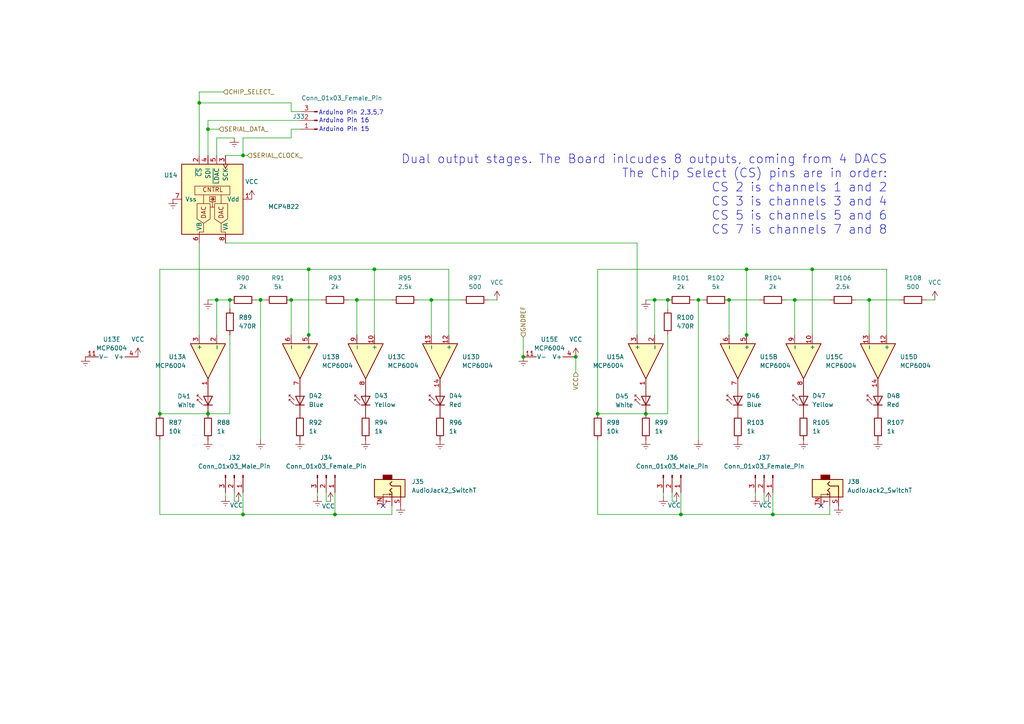
<source format=kicad_sch>
(kicad_sch (version 20231120) (generator "eeschema") (generator_version "8.0")
  (paper "A4")
  (lib_symbols
    (symbol "Amplifier_Operational:MCP6004" (pin_names (offset 0.127))
      (property "Reference" "U" (at 0 5.08 0))
      (property "Value" "MCP6004" (at 0 -5.08 0))
      (symbol "MCP6004_1_1"
        (pin output line (at 7.62 0 180) (length 2.54) (name "~") (number "1"))
        (pin input line (at -7.62 -2.54 0) (length 2.54) (name "-") (number "2"))
        (pin input line (at -7.62 2.54 0) (length 2.54) (name "+") (number "3"))
      )
      (symbol "MCP6004_2_1"
        (pin input line (at -7.62 2.54 0) (length 2.54) (name "+") (number "5"))
        (pin input line (at -7.62 -2.54 0) (length 2.54) (name "-") (number "6"))
        (pin output line (at 7.62 0 180) (length 2.54) (name "~") (number "7"))
      )
      (symbol "MCP6004_3_1"
        (pin input line (at -7.62 2.54 0) (length 2.54) (name "+") (number "10"))
        (pin output line (at 7.62 0 180) (length 2.54) (name "~") (number "8"))
        (pin input line (at -7.62 -2.54 0) (length 2.54) (name "-") (number "9"))
      )
      (symbol "MCP6004_4_1"
        (pin input line (at -7.62 2.54 0) (length 2.54) (name "+") (number "12"))
        (pin input line (at -7.62 -2.54 0) (length 2.54) (name "-") (number "13"))
        (pin output line (at 7.62 0 180) (length 2.54) (name "~") (number "14"))
      )
      (symbol "MCP6004_5_1"
        (pin power_in line (at -2.54 -7.62 90) (length 3.81) (name "V-") (number "11"))
        (pin power_in line (at -2.54 7.62 270) (length 3.81) (name "V+") (number "4"))
      )
    )
    (symbol "Analog_DAC:MCP4822" (pin_names (offset 1.016))
      (property "Reference" "U" (at -2.54 10.795 0))
      (property "Value" "MCP4822" (at -2.54 8.89 0))
      (symbol "MCP4822_0_0"
        (text "CNTRL" (at -2.032 -4.191 900) (effects (font (size 1.27 1.27)) (justify left bottom)))
        (text "DAC" (at 3.81 -3.81 0) (effects (font (size 1.27 1.27))))
        (text "DAC" (at 3.81 1.27 0) (effects (font (size 1.27 1.27))))
      )
      (symbol "MCP4822_1_1"
        (pin power_in line (at 0 10.16 270) (length 2.54) (name "Vdd") (number "1"))
        (pin input line (at -12.7 -5.08 0) (length 2.54) (name "~{CS}") (number "2"))
        (pin input clock (at -12.7 2.54 0) (length 2.54) (name "SCK") (number "3"))
        (pin input line (at -12.7 -2.54 0) (length 2.54) (name "SDI") (number "4"))
        (pin input line (at -12.7 0 0) (length 2.54) (name "~{LDAC}") (number "5"))
        (pin output line (at 12.7 -5.08 180) (length 2.54) (name "VB") (number "6"))
        (pin power_in line (at 0 -12.7 90) (length 2.54) (name "Vss") (number "7"))
        (pin output line (at 12.7 2.54 180) (length 2.54) (name "VA") (number "8"))
      )
    )
    (symbol "Connector:Conn_01x03_Pin" (pin_names (offset 1.016) hide)
      (property "Reference" "J" (at 0 5.08 0))
      (property "Value" "Conn_01x03_Pin" (at 0 -5.08 0))
      (symbol "Conn_01x03_Pin_1_1"
        (pin passive line (at 5.08 2.54 180) (length 3.81) (name "Pin_1") (number "1"))
        (pin passive line (at 5.08 0 180) (length 3.81) (name "Pin_2") (number "2"))
        (pin passive line (at 5.08 -2.54 180) (length 3.81) (name "Pin_3") (number "3"))
      )
    )
    (symbol "Connector_Audio:AudioJack2_SwitchT"
      (property "Reference" "J" (at 0 8.89 0))
      (property "Value" "AudioJack2_SwitchT" (at 0 6.35 0))
      (symbol "AudioJack2_SwitchT_1_1"
        (pin passive line (at 5.08 2.54 180) (length 2.54) (name "~") (number "S"))
        (pin passive line (at 5.08 0 180) (length 2.54) (name "~") (number "T"))
        (pin passive line (at 5.08 -2.54 180) (length 2.54) (name "~") (number "TN"))
      )
    )
    (symbol "Device:R" (pin_numbers hide) (pin_names (offset 0))
      (property "Reference" "R" (at 2.032 0 90))
      (property "Value" "R" (at 0 0 90))
      (symbol "R_1_1"
        (pin passive line (at 0 3.81 270) (length 1.27) (name "~") (number "1"))
        (pin passive line (at 0 -3.81 90) (length 1.27) (name "~") (number "2"))
      )
    )
    (symbol "LED:IRL81A" (pin_numbers hide) (pin_names (offset 1.016) hide)
      (property "Reference" "D" (at 0.508 1.778 0))
      (property "Value" "IRL81A" (at -1.016 -2.794 0))
      (symbol "IRL81A_1_1"
        (pin passive line (at -5.08 0 0) (length 2.54) (name "K") (number "1"))
        (pin passive line (at 2.54 0 180) (length 2.54) (name "A") (number "2"))
      )
    )
    (symbol "power:GNDREF" (power) (pin_numbers hide) (pin_names (offset 0) hide)
      (property "Value" "GNDREF" (at 0 -3.81 0))
      (symbol "GNDREF_1_1"
        (pin power_in line (at 0 0 270) (length 0) (name "~") (number "1"))
      )
    )
    (symbol "power:VCC" (power) (pin_numbers hide) (pin_names (offset 0) hide)
      (property "Value" "VCC" (at 0 3.556 0))
      (symbol "VCC_1_1"
        (pin power_in line (at 0 0 90) (length 0) (name "~") (number "1"))
      )
    )
  )
  (junction (at 187.325 120.015))
  (junction (at 202.565 86.995))
  (junction (at 62.865 86.995))
  (junction (at 167.005 103.505))
  (junction (at 66.675 86.995))
  (junction (at 216.535 97.155))
  (junction (at 211.455 86.995))
  (junction (at 189.865 86.995))
  (junction (at 252.095 86.995))
  (junction (at 216.535 78.105))
  (junction (at 60.325 120.015))
  (junction (at 75.565 86.995))
  (junction (at 173.355 120.015))
  (junction (at 197.485 149.225))
  (junction (at 103.505 86.995))
  (junction (at 89.535 97.155))
  (junction (at 70.485 149.225))
  (junction (at 84.455 86.995))
  (junction (at 70.485 45.085))
  (junction (at 235.585 78.105))
  (junction (at 97.155 149.225))
  (junction (at 89.535 78.105))
  (junction (at 125.095 86.995))
  (junction (at 57.785 29.845))
  (junction (at 224.155 149.225))
  (junction (at 108.585 78.105))
  (junction (at 151.765 103.505))
  (junction (at 60.325 37.465))
  (junction (at 193.675 86.995))
  (junction (at 230.505 86.995))
  (junction (at 46.355 120.015))
  (no_connect (at 111.125 146.685))
  (no_connect (at 238.125 146.685))
  (wire (pts (xy 84.455 37.465) (xy 86.995 37.465)))
  (wire (pts (xy 187.325 86.995) (xy 189.865 86.995)))
  (wire (pts (xy 95.885 145.415) (xy 94.615 145.415)))
  (wire (pts (xy 201.295 86.995) (xy 202.565 86.995)))
  (wire (pts (xy 187.325 120.015) (xy 193.675 120.015)))
  (wire (pts (xy 130.175 78.105) (xy 130.175 97.155)))
  (wire (pts (xy 65.405 45.085) (xy 70.485 45.085)))
  (wire (pts (xy 189.865 86.995) (xy 193.675 86.995)))
  (wire (pts (xy 62.865 86.995) (xy 66.675 86.995)))
  (wire (pts (xy 224.155 149.225) (xy 240.665 149.225)))
  (wire (pts (xy 108.585 78.105) (xy 130.175 78.105)))
  (wire (pts (xy 230.505 86.995) (xy 240.665 86.995)))
  (wire (pts (xy 173.355 78.105) (xy 216.535 78.105)))
  (wire (pts (xy 57.785 26.67) (xy 64.77 26.67)))
  (wire (pts (xy 66.675 97.155) (xy 66.675 120.015)))
  (wire (pts (xy 216.535 97.155) (xy 216.535 98.425)))
  (wire (pts (xy 75.565 86.995) (xy 76.835 86.995)))
  (wire (pts (xy 235.585 78.105) (xy 235.585 97.155)))
  (wire (pts (xy 75.565 86.995) (xy 75.565 127.635)))
  (wire (pts (xy 60.325 45.085) (xy 60.325 37.465)))
  (wire (pts (xy 74.295 86.995) (xy 75.565 86.995)))
  (wire (pts (xy 62.865 45.085) (xy 62.865 40.005)))
  (wire (pts (xy 70.485 45.085) (xy 71.755 45.085)))
  (wire (pts (xy 173.355 149.225) (xy 197.485 149.225)))
  (wire (pts (xy 84.455 86.995) (xy 84.455 97.155)))
  (wire (pts (xy 216.535 78.105) (xy 235.585 78.105)))
  (wire (pts (xy 57.785 45.085) (xy 57.785 29.845)))
  (wire (pts (xy 70.485 40.005) (xy 84.455 40.005)))
  (wire (pts (xy 46.355 149.225) (xy 70.485 149.225)))
  (wire (pts (xy 184.785 70.485) (xy 184.785 97.155)))
  (wire (pts (xy 221.615 142.875) (xy 221.615 145.415)))
  (wire (pts (xy 151.765 97.79) (xy 151.765 103.505)))
  (wire (pts (xy 227.965 86.995) (xy 230.505 86.995)))
  (wire (pts (xy 97.155 149.225) (xy 113.665 149.225)))
  (wire (pts (xy 84.455 32.385) (xy 86.995 32.385)))
  (wire (pts (xy 89.535 78.105) (xy 108.585 78.105)))
  (wire (pts (xy 46.355 120.015) (xy 60.325 120.015)))
  (wire (pts (xy 240.665 149.225) (xy 240.665 146.685)))
  (wire (pts (xy 65.405 70.485) (xy 184.785 70.485)))
  (wire (pts (xy 194.945 142.875) (xy 194.945 145.415)))
  (wire (pts (xy 60.325 37.465) (xy 60.325 34.925)))
  (wire (pts (xy 173.355 120.015) (xy 187.325 120.015)))
  (wire (pts (xy 193.675 86.995) (xy 193.675 89.535)))
  (wire (pts (xy 121.285 86.995) (xy 125.095 86.995)))
  (wire (pts (xy 62.865 86.995) (xy 62.865 97.155)))
  (wire (pts (xy 69.215 145.415) (xy 67.945 145.415)))
  (wire (pts (xy 235.585 78.105) (xy 257.175 78.105)))
  (wire (pts (xy 192.405 142.875) (xy 192.405 144.145)))
  (wire (pts (xy 46.355 127.635) (xy 46.355 149.225)))
  (wire (pts (xy 144.145 86.995) (xy 141.605 86.995)))
  (wire (pts (xy 57.785 29.845) (xy 57.785 26.67)))
  (wire (pts (xy 196.215 145.415) (xy 194.945 145.415)))
  (wire (pts (xy 216.535 78.105) (xy 216.535 97.155)))
  (wire (pts (xy 57.785 29.845) (xy 84.455 29.845)))
  (wire (pts (xy 60.325 120.015) (xy 66.675 120.015)))
  (wire (pts (xy 70.485 149.225) (xy 97.155 149.225)))
  (wire (pts (xy 113.665 149.225) (xy 113.665 146.685)))
  (wire (pts (xy 197.485 142.875) (xy 197.485 149.225)))
  (wire (pts (xy 103.505 86.995) (xy 103.505 97.155)))
  (wire (pts (xy 62.865 40.005) (xy 67.945 40.005)))
  (wire (pts (xy 97.155 142.875) (xy 97.155 149.225)))
  (wire (pts (xy 84.455 40.005) (xy 84.455 37.465)))
  (wire (pts (xy 66.675 86.995) (xy 66.675 89.535)))
  (wire (pts (xy 67.945 142.875) (xy 67.945 145.415)))
  (wire (pts (xy 219.075 142.875) (xy 219.075 144.145)))
  (wire (pts (xy 224.155 142.875) (xy 224.155 149.225)))
  (wire (pts (xy 197.485 149.225) (xy 224.155 149.225)))
  (wire (pts (xy 84.455 29.845) (xy 84.455 32.385)))
  (wire (pts (xy 211.455 86.995) (xy 220.345 86.995)))
  (wire (pts (xy 103.505 86.995) (xy 113.665 86.995)))
  (wire (pts (xy 211.455 86.995) (xy 211.455 97.155)))
  (wire (pts (xy 133.985 86.995) (xy 125.095 86.995)))
  (wire (pts (xy 65.405 142.875) (xy 65.405 144.145)))
  (wire (pts (xy 257.175 78.105) (xy 257.175 97.155)))
  (wire (pts (xy 57.785 70.485) (xy 57.785 97.155)))
  (wire (pts (xy 189.865 86.995) (xy 189.865 97.155)))
  (wire (pts (xy 60.325 86.995) (xy 62.865 86.995)))
  (wire (pts (xy 70.485 142.875) (xy 70.485 149.225)))
  (wire (pts (xy 60.325 37.465) (xy 63.5 37.465)))
  (wire (pts (xy 100.965 86.995) (xy 103.505 86.995)))
  (wire (pts (xy 125.095 86.995) (xy 125.095 97.155)))
  (wire (pts (xy 173.355 127.635) (xy 173.355 149.225)))
  (wire (pts (xy 202.565 86.995) (xy 203.835 86.995)))
  (wire (pts (xy 193.675 97.155) (xy 193.675 120.015)))
  (wire (pts (xy 173.355 78.105) (xy 173.355 120.015)))
  (wire (pts (xy 252.095 86.995) (xy 252.095 97.155)))
  (wire (pts (xy 252.095 86.995) (xy 260.985 86.995)))
  (wire (pts (xy 89.535 78.105) (xy 89.535 97.155)))
  (wire (pts (xy 46.355 78.105) (xy 89.535 78.105)))
  (wire (pts (xy 167.005 103.505) (xy 167.005 107.95)))
  (wire (pts (xy 230.505 86.995) (xy 230.505 97.155)))
  (wire (pts (xy 94.615 142.875) (xy 94.615 145.415)))
  (wire (pts (xy 84.455 86.995) (xy 93.345 86.995)))
  (wire (pts (xy 92.075 142.875) (xy 92.075 144.145)))
  (wire (pts (xy 60.325 34.925) (xy 86.995 34.925)))
  (wire (pts (xy 222.885 145.415) (xy 221.615 145.415)))
  (wire (pts (xy 202.565 86.995) (xy 202.565 127.635)))
  (wire (pts (xy 70.485 45.085) (xy 70.485 40.005)))
  (wire (pts (xy 89.535 97.155) (xy 89.535 98.425)))
  (wire (pts (xy 108.585 78.105) (xy 108.585 97.155)))
  (wire (pts (xy 46.355 78.105) (xy 46.355 120.015)))
  (wire (pts (xy 271.145 86.995) (xy 268.605 86.995)))
  (wire (pts (xy 248.285 86.995) (xy 252.095 86.995)))
  (text "Arduino Pin 2,3,5,7" (at 101.854 32.766 0) (effects (font (size 1.27 1.27))))
  (text "Dual output stages. The Board inlcudes 8 outputs, coming from 4 DACS\nThe Chip Select (CS) pins are in order:\nCS 2 is channels 1 and 2\nCS 3 is channels 3 and 4\nCS 5 is channels 5 and 6\nCS 7 is channels 7 and 8" (at 257.429 56.515 0) (effects (font (size 2.54 2.54)) (justify right)))
  (text "Arduino Pin 16" (at 99.822 35.052 0) (effects (font (size 1.27 1.27))))
  (text "Arduino Pin 15" (at 99.822 37.592 0) (effects (font (size 1.27 1.27))))
  (hierarchical_label "SERIAL_CLOCK_" (shape input) (at 71.755 45.085 0))
  (hierarchical_label "CHIP_SELECT_" (shape input) (at 64.77 26.67 0))
  (hierarchical_label "VCC" (shape input) (at 167.005 107.95 270))
  (hierarchical_label "GNDREF" (shape input) (at 151.765 97.79 90))
  (hierarchical_label "SERIAL_DATA_" (shape input) (at 63.5 37.465 0))
  (symbol (lib_id "power:GNDREF") (at 233.045 127.635 0) (unit 1)
    (property "Reference" "#PWR0140" (effects (hide yes)))
    (property "Value" "GNDREF" (effects (hide yes)))
    (property "Description" "Power symbol creates a global label with name \"GNDREF\" , reference supply ground" (effects (hide yes)))
    (instances (project "Oblque Easel Full Circuit" (path "" (reference "#PWR0201") (unit 1)) (path "" (reference "#PWR0263") (unit 1)) (path "" (reference "#PWR0140") (unit 1)) (path "" (reference "#PWR0232") (unit 1))))
  )
  (symbol (lib_id "Device:R") (at 80.645 86.995 90) (unit 1)
    (property "Reference" "R69" (at 80.645 80.645 90))
    (property "Value" "5k" (at 80.645 83.185 90))
    (property "Footprint" "Resistor_THT:R_Axial_DIN0207_L6.3mm_D2.5mm_P2.54mm_Vertical" (effects (hide yes)))
    (property "Description" "Resistor" (effects (hide yes)))
    (instances (project "Oblque Easel Full Circuit" (path "" (reference "R91") (unit 1)) (path "" (reference "R135") (unit 1)) (path "" (reference "R69") (unit 1)) (path "" (reference "R113") (unit 1))))
  )
  (symbol (lib_id "Connector:Conn_01x03_Pin") (at 221.615 137.795 270) (unit 1)
    (property "Reference" "J30" (at 221.615 132.715 90))
    (property "Value" "Conn_01x03_Female_Pin" (at 221.615 135.255 90))
    (property "Footprint" "Connector_PinSocket_2.54mm:PinSocket_1x03_P2.54mm_Vertical" (effects (hide yes)))
    (property "Description" "Generic connector, single row, 01x03, script generated" (effects (hide yes)))
    (instances (project "Oblque Easel Full Circuit" (path "" (reference "J37") (unit 1)) (path "" (reference "J51") (unit 1)) (path "" (reference "J30") (unit 1)) (path "" (reference "J44") (unit 1))))
  )
  (symbol (lib_id "Connector:Conn_01x03_Pin") (at 92.075 34.925 180) (unit 1)
    (property "Reference" "J26" (at 84.836 33.782 0) (effects (justify right)))
    (property "Value" "Conn_01x03_Female_Pin" (at 87.376 28.448 0) (effects (justify right)))
    (property "Footprint" "Connector_PinSocket_2.54mm:PinSocket_1x03_P2.54mm_Vertical" (effects (hide yes)))
    (property "Description" "Generic connector, single row, 01x03, script generated" (effects (hide yes)))
    (instances (project "Oblque Easel Full Circuit" (path "" (reference "J33") (unit 1)) (path "" (reference "J47") (unit 1)) (path "" (reference "J26") (unit 1)) (path "" (reference "J40") (unit 1))))
  )
  (symbol (lib_id "LED:IRL81A") (at 233.045 114.935 90) (unit 1)
    (property "Reference" "D39" (at 235.585 114.8079 90) (effects (justify right)))
    (property "Value" "Yellow" (at 235.585 117.3479 90) (effects (justify right)))
    (property "Footprint" "LED_THT:LED_SideEmitter_Rectangular_W4.5mm_H1.6mm" (effects (hide yes)))
    (property "Datasheet" "http://www.osram-os.com/Graphics/XPic0/00203825_0.pdf" (effects (hide yes)))
    (property "Description" "850nm High Power Infrared Emitter, Side-Emitter package" (effects (hide yes)))
    (instances (project "Oblque Easel Full Circuit" (path "" (reference "D47") (unit 1)) (path "" (reference "D63") (unit 1)) (path "" (reference "D39") (unit 1)) (path "" (reference "D55") (unit 1))))
  )
  (symbol (lib_id "power:GNDREF") (at 75.565 127.635 0) (unit 1)
    (property "Reference" "#PWR0122" (effects (hide yes)))
    (property "Value" "GNDREF" (effects (hide yes)))
    (property "Description" "Power symbol creates a global label with name \"GNDREF\" , reference supply ground" (effects (hide yes)))
    (instances (project "Oblque Easel Full Circuit" (path "" (reference "#PWR0183") (unit 1)) (path "" (reference "#PWR0245") (unit 1)) (path "" (reference "#PWR0122") (unit 1)) (path "" (reference "#PWR0214") (unit 1))))
  )
  (symbol (lib_id "Device:R") (at 46.355 123.825 0) (unit 1)
    (property "Reference" "R65" (at 48.895 122.5549 0) (effects (justify left)))
    (property "Value" "10k" (at 48.895 125.0949 0) (effects (justify left)))
    (property "Footprint" "Resistor_THT:R_Axial_DIN0207_L6.3mm_D2.5mm_P2.54mm_Vertical" (effects (hide yes)))
    (property "Description" "Resistor" (effects (hide yes)))
    (instances (project "Oblque Easel Full Circuit" (path "" (reference "R87") (unit 1)) (path "" (reference "R131") (unit 1)) (path "" (reference "R65") (unit 1)) (path "" (reference "R109") (unit 1))))
  )
  (symbol (lib_id "Connector:Conn_01x03_Pin") (at 94.615 137.795 270) (unit 1)
    (property "Reference" "J27" (at 94.615 132.715 90))
    (property "Value" "Conn_01x03_Female_Pin" (at 94.615 135.255 90))
    (property "Footprint" "Connector_PinSocket_2.54mm:PinSocket_1x03_P2.54mm_Vertical" (effects (hide yes)))
    (property "Description" "Generic connector, single row, 01x03, script generated" (effects (hide yes)))
    (instances (project "Oblque Easel Full Circuit" (path "" (reference "J34") (unit 1)) (path "" (reference "J48") (unit 1)) (path "" (reference "J27") (unit 1)) (path "" (reference "J41") (unit 1))))
  )
  (symbol (lib_id "Amplifier_Operational:MCP6004") (at 60.325 104.775 90) (mirror x) (unit 1)
    (property "Reference" "U9" (at 53.975 103.5049 90) (effects (justify left)))
    (property "Value" "MCP6004" (at 53.975 106.0449 90) (effects (justify left)))
    (property "Footprint" "Package_DIP:DIP-14_W7.62mm_Socket_LongPads" (effects (hide yes)))
    (property "Datasheet" "http://ww1.microchip.com/downloads/en/DeviceDoc/21733j.pdf" (effects (hide yes)))
    (property "Description" "1MHz, Low-Power Op Amp, DIP-14/SOIC-14/TSSOP-14" (effects (hide yes)))
    (instances (project "Oblque Easel Full Circuit" (path "" (reference "U13") (unit 1)) (path "" (reference "U19") (unit 1)) (path "" (reference "U9") (unit 1)) (path "" (reference "U16") (unit 1))))
  )
  (symbol (lib_id "power:GNDREF") (at 192.405 144.145 0) (unit 1)
    (property "Reference" "#PWR0134" (effects (hide yes)))
    (property "Value" "GNDREF" (effects (hide yes)))
    (property "Description" "Power symbol creates a global label with name \"GNDREF\" , reference supply ground" (effects (hide yes)))
    (instances (project "Oblque Easel Full Circuit" (path "" (reference "#PWR0195") (unit 1)) (path "" (reference "#PWR0257") (unit 1)) (path "" (reference "#PWR0134") (unit 1)) (path "" (reference "#PWR0226") (unit 1))))
  )
  (symbol (lib_id "power:GNDREF") (at 254.635 127.635 0) (unit 1)
    (property "Reference" "#PWR0142" (effects (hide yes)))
    (property "Value" "GNDREF" (effects (hide yes)))
    (property "Description" "Power symbol creates a global label with name \"GNDREF\" , reference supply ground" (effects (hide yes)))
    (instances (project "Oblque Easel Full Circuit" (path "" (reference "#PWR0203") (unit 1)) (path "" (reference "#PWR0265") (unit 1)) (path "" (reference "#PWR0142") (unit 1)) (path "" (reference "#PWR0234") (unit 1))))
  )
  (symbol (lib_id "LED:IRL81A") (at 86.995 114.935 90) (unit 1)
    (property "Reference" "D34" (at 89.535 114.8079 90) (effects (justify right)))
    (property "Value" "Blue" (at 89.535 117.3479 90) (effects (justify right)))
    (property "Footprint" "LED_THT:LED_SideEmitter_Rectangular_W4.5mm_H1.6mm" (effects (hide yes)))
    (property "Datasheet" "http://www.osram-os.com/Graphics/XPic0/00203825_0.pdf" (effects (hide yes)))
    (property "Description" "850nm High Power Infrared Emitter, Side-Emitter package" (effects (hide yes)))
    (instances (project "Oblque Easel Full Circuit" (path "" (reference "D42") (unit 1)) (path "" (reference "D58") (unit 1)) (path "" (reference "D34") (unit 1)) (path "" (reference "D50") (unit 1))))
  )
  (symbol (lib_id "Device:R") (at 117.475 86.995 90) (unit 1)
    (property "Reference" "R73" (at 117.475 80.645 90))
    (property "Value" "2.5k" (at 117.475 83.185 90))
    (property "Footprint" "Resistor_THT:R_Axial_DIN0207_L6.3mm_D2.5mm_P2.54mm_Vertical" (effects (hide yes)))
    (property "Description" "Resistor" (effects (hide yes)))
    (instances (project "Oblque Easel Full Circuit" (path "" (reference "R95") (unit 1)) (path "" (reference "R139") (unit 1)) (path "" (reference "R73") (unit 1)) (path "" (reference "R117") (unit 1))))
  )
  (symbol (lib_id "power:GNDREF") (at 243.205 146.685 0) (unit 1)
    (property "Reference" "#PWR0141" (effects (hide yes)))
    (property "Value" "GNDREF" (effects (hide yes)))
    (property "Description" "Power symbol creates a global label with name \"GNDREF\" , reference supply ground" (effects (hide yes)))
    (instances (project "Oblque Easel Full Circuit" (path "" (reference "#PWR0202") (unit 1)) (path "" (reference "#PWR0264") (unit 1)) (path "" (reference "#PWR0141") (unit 1)) (path "" (reference "#PWR0233") (unit 1))))
  )
  (symbol (lib_id "Device:R") (at 127.635 123.825 0) (unit 1)
    (property "Reference" "R74" (at 130.175 122.5549 0) (effects (justify left)))
    (property "Value" "1k" (at 130.175 125.0949 0) (effects (justify left)))
    (property "Footprint" "Resistor_THT:R_Axial_DIN0207_L6.3mm_D2.5mm_P2.54mm_Vertical" (effects (hide yes)))
    (property "Description" "Resistor" (effects (hide yes)))
    (instances (project "Oblque Easel Full Circuit" (path "" (reference "R96") (unit 1)) (path "" (reference "R140") (unit 1)) (path "" (reference "R74") (unit 1)) (path "" (reference "R118") (unit 1))))
  )
  (symbol (lib_id "power:VCC") (at 222.885 145.415 0) (unit 1)
    (property "Reference" "#PWR0139" (effects (hide yes)))
    (property "Value" "VCC" (at 221.996 146.558 0))
    (property "Description" "Power symbol creates a global label with name \"VCC\"" (effects (hide yes)))
    (instances (project "Oblque Easel Full Circuit" (path "" (reference "#PWR0200") (unit 1)) (path "" (reference "#PWR0262") (unit 1)) (path "" (reference "#PWR0139") (unit 1)) (path "" (reference "#PWR0231") (unit 1))))
  )
  (symbol (lib_id "power:GNDREF") (at 151.765 103.505 0) (unit 1)
    (property "Reference" "#PWR0130" (effects (hide yes)))
    (property "Value" "GNDREF" (effects (hide yes)))
    (property "Description" "Power symbol creates a global label with name \"GNDREF\" , reference supply ground" (effects (hide yes)))
    (instances (project "Oblque Easel Full Circuit" (path "" (reference "#PWR0191") (unit 1)) (path "" (reference "#PWR0253") (unit 1)) (path "" (reference "#PWR0130") (unit 1)) (path "" (reference "#PWR0222") (unit 1))))
  )
  (symbol (lib_id "power:GNDREF") (at 65.405 144.145 0) (unit 1)
    (property "Reference" "#PWR0118" (effects (hide yes)))
    (property "Value" "GNDREF" (effects (hide yes)))
    (property "Description" "Power symbol creates a global label with name \"GNDREF\" , reference supply ground" (effects (hide yes)))
    (instances (project "Oblque Easel Full Circuit" (path "" (reference "#PWR0179") (unit 1)) (path "" (reference "#PWR0241") (unit 1)) (path "" (reference "#PWR0118") (unit 1)) (path "" (reference "#PWR0210") (unit 1))))
  )
  (symbol (lib_id "Device:R") (at 207.645 86.995 90) (unit 1)
    (property "Reference" "R80" (at 207.645 80.645 90))
    (property "Value" "5k" (at 207.645 83.185 90))
    (property "Footprint" "Resistor_THT:R_Axial_DIN0207_L6.3mm_D2.5mm_P2.54mm_Vertical" (effects (hide yes)))
    (property "Description" "Resistor" (effects (hide yes)))
    (instances (project "Oblque Easel Full Circuit" (path "" (reference "R102") (unit 1)) (path "" (reference "R146") (unit 1)) (path "" (reference "R80") (unit 1)) (path "" (reference "R124") (unit 1))))
  )
  (symbol (lib_id "LED:IRL81A") (at 254.635 114.935 90) (unit 1)
    (property "Reference" "D40" (at 257.175 114.8079 90) (effects (justify right)))
    (property "Value" "Red" (at 257.175 117.3479 90) (effects (justify right)))
    (property "Footprint" "LED_THT:LED_SideEmitter_Rectangular_W4.5mm_H1.6mm" (effects (hide yes)))
    (property "Datasheet" "http://www.osram-os.com/Graphics/XPic0/00203825_0.pdf" (effects (hide yes)))
    (property "Description" "850nm High Power Infrared Emitter, Side-Emitter package" (effects (hide yes)))
    (instances (project "Oblque Easel Full Circuit" (path "" (reference "D48") (unit 1)) (path "" (reference "D64") (unit 1)) (path "" (reference "D40") (unit 1)) (path "" (reference "D56") (unit 1))))
  )
  (symbol (lib_id "Device:R") (at 173.355 123.825 0) (unit 1)
    (property "Reference" "R76" (at 175.895 122.5549 0) (effects (justify left)))
    (property "Value" "10k" (at 175.895 125.0949 0) (effects (justify left)))
    (property "Footprint" "Resistor_THT:R_Axial_DIN0207_L6.3mm_D2.5mm_P2.54mm_Vertical" (effects (hide yes)))
    (property "Description" "Resistor" (effects (hide yes)))
    (instances (project "Oblque Easel Full Circuit" (path "" (reference "R98") (unit 1)) (path "" (reference "R142") (unit 1)) (path "" (reference "R76") (unit 1)) (path "" (reference "R120") (unit 1))))
  )
  (symbol (lib_id "power:GNDREF") (at 60.325 86.995 0) (unit 1)
    (property "Reference" "#PWR0116" (effects (hide yes)))
    (property "Value" "GNDREF" (effects (hide yes)))
    (property "Description" "Power symbol creates a global label with name \"GNDREF\" , reference supply ground" (effects (hide yes)))
    (instances (project "Oblque Easel Full Circuit" (path "" (reference "#PWR0177") (unit 1)) (path "" (reference "#PWR0239") (unit 1)) (path "" (reference "#PWR0116") (unit 1)) (path "" (reference "#PWR0208") (unit 1))))
  )
  (symbol (lib_id "Amplifier_Operational:MCP6004") (at 106.045 104.775 270) (unit 3)
    (property "Reference" "U9" (at 112.395 103.5049 90) (effects (justify left)))
    (property "Value" "MCP6004" (at 112.395 106.0449 90) (effects (justify left)))
    (property "Footprint" "Package_DIP:DIP-14_W7.62mm_Socket_LongPads" (effects (hide yes)))
    (property "Datasheet" "http://ww1.microchip.com/downloads/en/DeviceDoc/21733j.pdf" (effects (hide yes)))
    (property "Description" "1MHz, Low-Power Op Amp, DIP-14/SOIC-14/TSSOP-14" (effects (hide yes)))
    (instances (project "Oblque Easel Full Circuit" (path "" (reference "U13") (unit 3)) (path "" (reference "U19") (unit 3)) (path "" (reference "U9") (unit 3)) (path "" (reference "U16") (unit 3))))
  )
  (symbol (lib_id "power:VCC") (at 95.885 145.415 0) (unit 1)
    (property "Reference" "#PWR0125" (effects (hide yes)))
    (property "Value" "VCC" (at 95.25 146.812 0))
    (property "Description" "Power symbol creates a global label with name \"VCC\"" (effects (hide yes)))
    (instances (project "Oblque Easel Full Circuit" (path "" (reference "#PWR0186") (unit 1)) (path "" (reference "#PWR0248") (unit 1)) (path "" (reference "#PWR0125") (unit 1)) (path "" (reference "#PWR0217") (unit 1))))
  )
  (symbol (lib_id "power:GNDREF") (at 50.165 57.785 0) (unit 1)
    (property "Reference" "#PWR0115" (effects (hide yes)))
    (property "Value" "GNDREF" (effects (hide yes)))
    (property "Description" "Power symbol creates a global label with name \"GNDREF\" , reference supply ground" (effects (hide yes)))
    (instances (project "Oblque Easel Full Circuit" (path "" (reference "#PWR0176") (unit 1)) (path "" (reference "#PWR0238") (unit 1)) (path "" (reference "#PWR0115") (unit 1)) (path "" (reference "#PWR0207") (unit 1))))
  )
  (symbol (lib_id "Amplifier_Operational:MCP6004") (at 233.045 104.775 270) (unit 3)
    (property "Reference" "U11" (at 239.395 103.5049 90) (effects (justify left)))
    (property "Value" "MCP6004" (at 239.395 106.0449 90) (effects (justify left)))
    (property "Footprint" "Package_DIP:DIP-14_W7.62mm_Socket_LongPads" (effects (hide yes)))
    (property "Datasheet" "http://ww1.microchip.com/downloads/en/DeviceDoc/21733j.pdf" (effects (hide yes)))
    (property "Description" "1MHz, Low-Power Op Amp, DIP-14/SOIC-14/TSSOP-14" (effects (hide yes)))
    (instances (project "Oblque Easel Full Circuit" (path "" (reference "U15") (unit 3)) (path "" (reference "U21") (unit 3)) (path "" (reference "U11") (unit 3)) (path "" (reference "U18") (unit 3))))
  )
  (symbol (lib_id "Device:R") (at 213.995 123.825 0) (unit 1)
    (property "Reference" "R81" (at 216.535 122.5549 0) (effects (justify left)))
    (property "Value" "1k" (at 216.535 125.0949 0) (effects (justify left)))
    (property "Footprint" "Resistor_THT:R_Axial_DIN0207_L6.3mm_D2.5mm_P2.54mm_Vertical" (effects (hide yes)))
    (property "Description" "Resistor" (effects (hide yes)))
    (instances (project "Oblque Easel Full Circuit" (path "" (reference "R103") (unit 1)) (path "" (reference "R147") (unit 1)) (path "" (reference "R81") (unit 1)) (path "" (reference "R125") (unit 1))))
  )
  (symbol (lib_id "LED:IRL81A") (at 60.325 114.935 90) (unit 1)
    (property "Reference" "D33" (at 51.435 114.935 90) (effects (justify right)))
    (property "Value" "White" (at 51.435 117.475 90) (effects (justify right)))
    (property "Footprint" "LED_THT:LED_SideEmitter_Rectangular_W4.5mm_H1.6mm" (effects (hide yes)))
    (property "Datasheet" "http://www.osram-os.com/Graphics/XPic0/00203825_0.pdf" (effects (hide yes)))
    (property "Description" "850nm High Power Infrared Emitter, Side-Emitter package" (effects (hide yes)))
    (instances (project "Oblque Easel Full Circuit" (path "" (reference "D41") (unit 1)) (path "" (reference "D57") (unit 1)) (path "" (reference "D33") (unit 1)) (path "" (reference "D49") (unit 1))))
  )
  (symbol (lib_id "LED:IRL81A") (at 106.045 114.935 90) (unit 1)
    (property "Reference" "D35" (at 108.585 114.8079 90) (effects (justify right)))
    (property "Value" "Yellow" (at 108.585 117.3479 90) (effects (justify right)))
    (property "Footprint" "LED_THT:LED_SideEmitter_Rectangular_W4.5mm_H1.6mm" (effects (hide yes)))
    (property "Datasheet" "http://www.osram-os.com/Graphics/XPic0/00203825_0.pdf" (effects (hide yes)))
    (property "Description" "850nm High Power Infrared Emitter, Side-Emitter package" (effects (hide yes)))
    (instances (project "Oblque Easel Full Circuit" (path "" (reference "D43") (unit 1)) (path "" (reference "D59") (unit 1)) (path "" (reference "D35") (unit 1)) (path "" (reference "D51") (unit 1))))
  )
  (symbol (lib_id "power:VCC") (at 271.145 86.995 0) (unit 1)
    (property "Reference" "#PWR0143" (effects (hide yes)))
    (property "Value" "VCC" (at 271.145 81.915 0))
    (property "Description" "Power symbol creates a global label with name \"VCC\"" (effects (hide yes)))
    (instances (project "Oblque Easel Full Circuit" (path "" (reference "#PWR0204") (unit 1)) (path "" (reference "#PWR0266") (unit 1)) (path "" (reference "#PWR0143") (unit 1)) (path "" (reference "#PWR0235") (unit 1))))
  )
  (symbol (lib_id "Analog_DAC:MCP4822") (at 62.865 57.785 270) (unit 1)
    (property "Reference" "U10" (at 49.53 50.8 90))
    (property "Value" "MCP4822" (at 82.296 59.944 90))
    (property "Footprint" "Package_DIP:DIP-8_W7.62mm_Socket_LongPads" (effects (hide yes)))
    (property "Datasheet" "http://ww1.microchip.com/downloads/en/DeviceDoc/20002249B.pdf" (effects (hide yes)))
    (property "Description" "2-Channel 12-Bit D/A Converters with SPI Interface and Internal Reference (2.048V)" (effects (hide yes)))
    (instances (project "Oblque Easel Full Circuit" (path "" (reference "U14") (unit 1)) (path "" (reference "U20") (unit 1)) (path "" (reference "U10") (unit 1)) (path "" (reference "U17") (unit 1))))
  )
  (symbol (lib_id "Amplifier_Operational:MCP6004") (at 127.635 104.775 270) (unit 4)
    (property "Reference" "U9" (at 133.985 103.5049 90) (effects (justify left)))
    (property "Value" "MCP6004" (at 133.985 106.0449 90) (effects (justify left)))
    (property "Footprint" "Package_DIP:DIP-14_W7.62mm_Socket_LongPads" (effects (hide yes)))
    (property "Datasheet" "http://ww1.microchip.com/downloads/en/DeviceDoc/21733j.pdf" (effects (hide yes)))
    (property "Description" "1MHz, Low-Power Op Amp, DIP-14/SOIC-14/TSSOP-14" (effects (hide yes)))
    (instances (project "Oblque Easel Full Circuit" (path "" (reference "U13") (unit 4)) (path "" (reference "U19") (unit 4)) (path "" (reference "U9") (unit 4)) (path "" (reference "U16") (unit 4))))
  )
  (symbol (lib_id "power:VCC") (at 73.025 57.785 0) (unit 1)
    (property "Reference" "#PWR0121" (effects (hide yes)))
    (property "Value" "VCC" (at 73.025 52.705 0))
    (property "Description" "Power symbol creates a global label with name \"VCC\"" (effects (hide yes)))
    (instances (project "Oblque Easel Full Circuit" (path "" (reference "#PWR0182") (unit 1)) (path "" (reference "#PWR0244") (unit 1)) (path "" (reference "#PWR0121") (unit 1)) (path "" (reference "#PWR0213") (unit 1))))
  )
  (symbol (lib_id "power:VCC") (at 144.145 86.995 0) (unit 1)
    (property "Reference" "#PWR0129" (effects (hide yes)))
    (property "Value" "VCC" (at 144.145 81.915 0))
    (property "Description" "Power symbol creates a global label with name \"VCC\"" (effects (hide yes)))
    (instances (project "Oblque Easel Full Circuit" (path "" (reference "#PWR0190") (unit 1)) (path "" (reference "#PWR0252") (unit 1)) (path "" (reference "#PWR0129") (unit 1)) (path "" (reference "#PWR0221") (unit 1))))
  )
  (symbol (lib_id "power:GNDREF") (at 86.995 127.635 0) (unit 1)
    (property "Reference" "#PWR0123" (effects (hide yes)))
    (property "Value" "GNDREF" (effects (hide yes)))
    (property "Description" "Power symbol creates a global label with name \"GNDREF\" , reference supply ground" (effects (hide yes)))
    (instances (project "Oblque Easel Full Circuit" (path "" (reference "#PWR0184") (unit 1)) (path "" (reference "#PWR0246") (unit 1)) (path "" (reference "#PWR0123") (unit 1)) (path "" (reference "#PWR0215") (unit 1))))
  )
  (symbol (lib_id "power:GNDREF") (at 92.075 144.145 0) (unit 1)
    (property "Reference" "#PWR0124" (effects (hide yes)))
    (property "Value" "GNDREF" (effects (hide yes)))
    (property "Description" "Power symbol creates a global label with name \"GNDREF\" , reference supply ground" (effects (hide yes)))
    (instances (project "Oblque Easel Full Circuit" (path "" (reference "#PWR0185") (unit 1)) (path "" (reference "#PWR0247") (unit 1)) (path "" (reference "#PWR0124") (unit 1)) (path "" (reference "#PWR0216") (unit 1))))
  )
  (symbol (lib_id "Device:R") (at 187.325 123.825 0) (unit 1)
    (property "Reference" "R77" (at 189.865 122.5549 0) (effects (justify left)))
    (property "Value" "1k" (at 189.865 125.0949 0) (effects (justify left)))
    (property "Footprint" "Resistor_THT:R_Axial_DIN0207_L6.3mm_D2.5mm_P2.54mm_Vertical" (effects (hide yes)))
    (property "Description" "Resistor" (effects (hide yes)))
    (instances (project "Oblque Easel Full Circuit" (path "" (reference "R99") (unit 1)) (path "" (reference "R143") (unit 1)) (path "" (reference "R77") (unit 1)) (path "" (reference "R121") (unit 1))))
  )
  (symbol (lib_id "LED:IRL81A") (at 213.995 114.935 90) (unit 1)
    (property "Reference" "D38" (at 216.535 114.8079 90) (effects (justify right)))
    (property "Value" "Blue" (at 216.535 117.3479 90) (effects (justify right)))
    (property "Footprint" "LED_THT:LED_SideEmitter_Rectangular_W4.5mm_H1.6mm" (effects (hide yes)))
    (property "Datasheet" "http://www.osram-os.com/Graphics/XPic0/00203825_0.pdf" (effects (hide yes)))
    (property "Description" "850nm High Power Infrared Emitter, Side-Emitter package" (effects (hide yes)))
    (instances (project "Oblque Easel Full Circuit" (path "" (reference "D46") (unit 1)) (path "" (reference "D62") (unit 1)) (path "" (reference "D38") (unit 1)) (path "" (reference "D54") (unit 1))))
  )
  (symbol (lib_id "Connector:Conn_01x03_Pin") (at 67.945 137.795 270) (unit 1)
    (property "Reference" "J25" (at 67.945 132.715 90))
    (property "Value" "Conn_01x03_Male_Pin" (at 67.945 135.255 90))
    (property "Footprint" "Connector_PinHeader_2.54mm:PinHeader_1x03_P2.54mm_Vertical" (effects (hide yes)))
    (property "Description" "Generic connector, single row, 01x03, script generated" (effects (hide yes)))
    (instances (project "Oblque Easel Full Circuit" (path "" (reference "J32") (unit 1)) (path "" (reference "J46") (unit 1)) (path "" (reference "J25") (unit 1)) (path "" (reference "J39") (unit 1))))
  )
  (symbol (lib_id "power:VCC") (at 167.005 103.505 0) (unit 1)
    (property "Reference" "#PWR0131" (effects (hide yes)))
    (property "Value" "VCC" (at 167.005 98.425 0))
    (property "Description" "Power symbol creates a global label with name \"VCC\"" (effects (hide yes)))
    (instances (project "Oblque Easel Full Circuit" (path "" (reference "#PWR0192") (unit 1)) (path "" (reference "#PWR0254") (unit 1)) (path "" (reference "#PWR0131") (unit 1)) (path "" (reference "#PWR0223") (unit 1))))
  )
  (symbol (lib_id "power:GNDREF") (at 116.205 146.685 0) (unit 1)
    (property "Reference" "#PWR0127" (effects (hide yes)))
    (property "Value" "GNDREF" (effects (hide yes)))
    (property "Description" "Power symbol creates a global label with name \"GNDREF\" , reference supply ground" (effects (hide yes)))
    (instances (project "Oblque Easel Full Circuit" (path "" (reference "#PWR0188") (unit 1)) (path "" (reference "#PWR0250") (unit 1)) (path "" (reference "#PWR0127") (unit 1)) (path "" (reference "#PWR0219") (unit 1))))
  )
  (symbol (lib_id "power:GNDREF") (at 202.565 127.635 0) (unit 1)
    (property "Reference" "#PWR0136" (effects (hide yes)))
    (property "Value" "GNDREF" (effects (hide yes)))
    (property "Description" "Power symbol creates a global label with name \"GNDREF\" , reference supply ground" (effects (hide yes)))
    (instances (project "Oblque Easel Full Circuit" (path "" (reference "#PWR0197") (unit 1)) (path "" (reference "#PWR0259") (unit 1)) (path "" (reference "#PWR0136") (unit 1)) (path "" (reference "#PWR0228") (unit 1))))
  )
  (symbol (lib_id "Device:R") (at 254.635 123.825 0) (unit 1)
    (property "Reference" "R85" (at 257.175 122.5549 0) (effects (justify left)))
    (property "Value" "1k" (at 257.175 125.0949 0) (effects (justify left)))
    (property "Footprint" "Resistor_THT:R_Axial_DIN0207_L6.3mm_D2.5mm_P2.54mm_Vertical" (effects (hide yes)))
    (property "Description" "Resistor" (effects (hide yes)))
    (instances (project "Oblque Easel Full Circuit" (path "" (reference "R107") (unit 1)) (path "" (reference "R151") (unit 1)) (path "" (reference "R85") (unit 1)) (path "" (reference "R129") (unit 1))))
  )
  (symbol (lib_id "power:GNDREF") (at 60.325 127.635 0) (unit 1)
    (property "Reference" "#PWR0117" (effects (hide yes)))
    (property "Value" "GNDREF" (effects (hide yes)))
    (property "Description" "Power symbol creates a global label with name \"GNDREF\" , reference supply ground" (effects (hide yes)))
    (instances (project "Oblque Easel Full Circuit" (path "" (reference "#PWR0178") (unit 1)) (path "" (reference "#PWR0240") (unit 1)) (path "" (reference "#PWR0117") (unit 1)) (path "" (reference "#PWR0209") (unit 1))))
  )
  (symbol (lib_id "Device:R") (at 193.675 93.345 0) (unit 1)
    (property "Reference" "R78" (at 196.215 92.0749 0) (effects (justify left)))
    (property "Value" "470R" (at 196.215 94.6149 0) (effects (justify left)))
    (property "Footprint" "Resistor_THT:R_Axial_DIN0207_L6.3mm_D2.5mm_P2.54mm_Vertical" (effects (hide yes)))
    (property "Description" "Resistor" (effects (hide yes)))
    (instances (project "Oblque Easel Full Circuit" (path "" (reference "R100") (unit 1)) (path "" (reference "R144") (unit 1)) (path "" (reference "R78") (unit 1)) (path "" (reference "R122") (unit 1))))
  )
  (symbol (lib_id "Amplifier_Operational:MCP6004") (at 213.995 104.775 270) (unit 2)
    (property "Reference" "U11" (at 220.345 103.5049 90) (effects (justify left)))
    (property "Value" "MCP6004" (at 220.345 106.0449 90) (effects (justify left)))
    (property "Footprint" "Package_DIP:DIP-14_W7.62mm_Socket_LongPads" (effects (hide yes)))
    (property "Datasheet" "http://ww1.microchip.com/downloads/en/DeviceDoc/21733j.pdf" (effects (hide yes)))
    (property "Description" "1MHz, Low-Power Op Amp, DIP-14/SOIC-14/TSSOP-14" (effects (hide yes)))
    (instances (project "Oblque Easel Full Circuit" (path "" (reference "U15") (unit 2)) (path "" (reference "U21") (unit 2)) (path "" (reference "U11") (unit 2)) (path "" (reference "U18") (unit 2))))
  )
  (symbol (lib_id "Amplifier_Operational:MCP6004") (at 86.995 104.775 270) (unit 2)
    (property "Reference" "U9" (at 93.345 103.5049 90) (effects (justify left)))
    (property "Value" "MCP6004" (at 93.345 106.0449 90) (effects (justify left)))
    (property "Footprint" "Package_DIP:DIP-14_W7.62mm_Socket_LongPads" (effects (hide yes)))
    (property "Datasheet" "http://ww1.microchip.com/downloads/en/DeviceDoc/21733j.pdf" (effects (hide yes)))
    (property "Description" "1MHz, Low-Power Op Amp, DIP-14/SOIC-14/TSSOP-14" (effects (hide yes)))
    (instances (project "Oblque Easel Full Circuit" (path "" (reference "U13") (unit 2)) (path "" (reference "U19") (unit 2)) (path "" (reference "U9") (unit 2)) (path "" (reference "U16") (unit 2))))
  )
  (symbol (lib_id "Device:R") (at 106.045 123.825 0) (unit 1)
    (property "Reference" "R72" (at 108.585 122.5549 0) (effects (justify left)))
    (property "Value" "1k" (at 108.585 125.0949 0) (effects (justify left)))
    (property "Footprint" "Resistor_THT:R_Axial_DIN0207_L6.3mm_D2.5mm_P2.54mm_Vertical" (effects (hide yes)))
    (property "Description" "Resistor" (effects (hide yes)))
    (instances (project "Oblque Easel Full Circuit" (path "" (reference "R94") (unit 1)) (path "" (reference "R138") (unit 1)) (path "" (reference "R72") (unit 1)) (path "" (reference "R116") (unit 1))))
  )
  (symbol (lib_id "Device:R") (at 197.485 86.995 90) (unit 1)
    (property "Reference" "R79" (at 197.485 80.645 90))
    (property "Value" "2k" (at 197.485 83.185 90))
    (property "Footprint" "Resistor_THT:R_Axial_DIN0207_L6.3mm_D2.5mm_P2.54mm_Vertical" (effects (hide yes)))
    (property "Description" "Resistor" (effects (hide yes)))
    (instances (project "Oblque Easel Full Circuit" (path "" (reference "R101") (unit 1)) (path "" (reference "R145") (unit 1)) (path "" (reference "R79") (unit 1)) (path "" (reference "R123") (unit 1))))
  )
  (symbol (lib_id "power:GNDREF") (at 187.325 86.995 0) (unit 1)
    (property "Reference" "#PWR0132" (effects (hide yes)))
    (property "Value" "GNDREF" (effects (hide yes)))
    (property "Description" "Power symbol creates a global label with name \"GNDREF\" , reference supply ground" (effects (hide yes)))
    (instances (project "Oblque Easel Full Circuit" (path "" (reference "#PWR0193") (unit 1)) (path "" (reference "#PWR0255") (unit 1)) (path "" (reference "#PWR0132") (unit 1)) (path "" (reference "#PWR0224") (unit 1))))
  )
  (symbol (lib_id "Connector_Audio:AudioJack2_SwitchT") (at 113.665 141.605 270) (unit 1)
    (property "Reference" "J28" (at 119.38 139.6999 90) (effects (justify left)))
    (property "Value" "AudioJack2_SwitchT" (at 119.38 142.2399 90) (effects (justify left)))
    (property "Footprint" "Connector_Audio:Jack_3.5mm_QingPu_WQP-PJ398SM_Vertical_CircularHoles" (effects (hide yes)))
    (property "Description" "Audio Jack, 2 Poles (Mono / TS), Switched T Pole (Normalling)" (effects (hide yes)))
    (instances (project "Oblque Easel Full Circuit" (path "" (reference "J35") (unit 1)) (path "" (reference "J49") (unit 1)) (path "" (reference "J28") (unit 1)) (path "" (reference "J42") (unit 1))))
  )
  (symbol (lib_id "power:GNDREF") (at 213.995 127.635 0) (unit 1)
    (property "Reference" "#PWR0137" (effects (hide yes)))
    (property "Value" "GNDREF" (effects (hide yes)))
    (property "Description" "Power symbol creates a global label with name \"GNDREF\" , reference supply ground" (effects (hide yes)))
    (instances (project "Oblque Easel Full Circuit" (path "" (reference "#PWR0198") (unit 1)) (path "" (reference "#PWR0260") (unit 1)) (path "" (reference "#PWR0137") (unit 1)) (path "" (reference "#PWR0229") (unit 1))))
  )
  (symbol (lib_id "Device:R") (at 224.155 86.995 90) (unit 1)
    (property "Reference" "R82" (at 224.155 80.645 90))
    (property "Value" "2k" (at 224.155 83.185 90))
    (property "Footprint" "Resistor_THT:R_Axial_DIN0207_L6.3mm_D2.5mm_P2.54mm_Vertical" (effects (hide yes)))
    (property "Description" "Resistor" (effects (hide yes)))
    (instances (project "Oblque Easel Full Circuit" (path "" (reference "R104") (unit 1)) (path "" (reference "R148") (unit 1)) (path "" (reference "R82") (unit 1)) (path "" (reference "R126") (unit 1))))
  )
  (symbol (lib_id "power:GNDREF") (at 127.635 127.635 0) (unit 1)
    (property "Reference" "#PWR0128" (effects (hide yes)))
    (property "Value" "GNDREF" (effects (hide yes)))
    (property "Description" "Power symbol creates a global label with name \"GNDREF\" , reference supply ground" (effects (hide yes)))
    (instances (project "Oblque Easel Full Circuit" (path "" (reference "#PWR0189") (unit 1)) (path "" (reference "#PWR0251") (unit 1)) (path "" (reference "#PWR0128") (unit 1)) (path "" (reference "#PWR0220") (unit 1))))
  )
  (symbol (lib_id "Device:R") (at 66.675 93.345 0) (unit 1)
    (property "Reference" "R67" (at 69.215 92.0749 0) (effects (justify left)))
    (property "Value" "470R" (at 69.215 94.6149 0) (effects (justify left)))
    (property "Footprint" "Resistor_THT:R_Axial_DIN0207_L6.3mm_D2.5mm_P2.54mm_Vertical" (effects (hide yes)))
    (property "Description" "Resistor" (effects (hide yes)))
    (instances (project "Oblque Easel Full Circuit" (path "" (reference "R89") (unit 1)) (path "" (reference "R133") (unit 1)) (path "" (reference "R67") (unit 1)) (path "" (reference "R111") (unit 1))))
  )
  (symbol (lib_id "power:GNDREF") (at 67.945 40.005 0) (unit 1)
    (property "Reference" "#PWR0119" (effects (hide yes)))
    (property "Value" "GNDREF" (effects (hide yes)))
    (property "Description" "Power symbol creates a global label with name \"GNDREF\" , reference supply ground" (effects (hide yes)))
    (instances (project "Oblque Easel Full Circuit" (path "" (reference "#PWR0180") (unit 1)) (path "" (reference "#PWR0242") (unit 1)) (path "" (reference "#PWR0119") (unit 1)) (path "" (reference "#PWR0211") (unit 1))))
  )
  (symbol (lib_id "Device:R") (at 264.795 86.995 90) (unit 1)
    (property "Reference" "R86" (at 264.795 80.645 90))
    (property "Value" "500" (at 264.795 83.185 90))
    (property "Footprint" "Resistor_THT:R_Axial_DIN0207_L6.3mm_D2.5mm_P2.54mm_Vertical" (effects (hide yes)))
    (property "Description" "Resistor" (effects (hide yes)))
    (instances (project "Oblque Easel Full Circuit" (path "" (reference "R108") (unit 1)) (path "" (reference "R152") (unit 1)) (path "" (reference "R86") (unit 1)) (path "" (reference "R130") (unit 1))))
  )
  (symbol (lib_id "power:VCC") (at 196.215 145.415 0) (unit 1)
    (property "Reference" "#PWR0135" (effects (hide yes)))
    (property "Value" "VCC" (at 195.58 146.558 0))
    (property "Description" "Power symbol creates a global label with name \"VCC\"" (effects (hide yes)))
    (instances (project "Oblque Easel Full Circuit" (path "" (reference "#PWR0196") (unit 1)) (path "" (reference "#PWR0258") (unit 1)) (path "" (reference "#PWR0135") (unit 1)) (path "" (reference "#PWR0227") (unit 1))))
  )
  (symbol (lib_id "Amplifier_Operational:MCP6004") (at 254.635 104.775 270) (unit 4)
    (property "Reference" "U11" (at 260.985 103.5049 90) (effects (justify left)))
    (property "Value" "MCP6004" (at 260.985 106.0449 90) (effects (justify left)))
    (property "Footprint" "Package_DIP:DIP-14_W7.62mm_Socket_LongPads" (effects (hide yes)))
    (property "Datasheet" "http://ww1.microchip.com/downloads/en/DeviceDoc/21733j.pdf" (effects (hide yes)))
    (property "Description" "1MHz, Low-Power Op Amp, DIP-14/SOIC-14/TSSOP-14" (effects (hide yes)))
    (instances (project "Oblque Easel Full Circuit" (path "" (reference "U15") (unit 4)) (path "" (reference "U21") (unit 4)) (path "" (reference "U11") (unit 4)) (path "" (reference "U18") (unit 4))))
  )
  (symbol (lib_id "Device:R") (at 70.485 86.995 90) (unit 1)
    (property "Reference" "R68" (at 70.485 80.645 90))
    (property "Value" "2k" (at 70.485 83.185 90))
    (property "Footprint" "Resistor_THT:R_Axial_DIN0207_L6.3mm_D2.5mm_P2.54mm_Vertical" (effects (hide yes)))
    (property "Description" "Resistor" (effects (hide yes)))
    (instances (project "Oblque Easel Full Circuit" (path "" (reference "R90") (unit 1)) (path "" (reference "R134") (unit 1)) (path "" (reference "R68") (unit 1)) (path "" (reference "R112") (unit 1))))
  )
  (symbol (lib_id "power:GNDREF") (at 106.045 127.635 0) (unit 1)
    (property "Reference" "#PWR0126" (effects (hide yes)))
    (property "Value" "GNDREF" (effects (hide yes)))
    (property "Description" "Power symbol creates a global label with name \"GNDREF\" , reference supply ground" (effects (hide yes)))
    (instances (project "Oblque Easel Full Circuit" (path "" (reference "#PWR0187") (unit 1)) (path "" (reference "#PWR0249") (unit 1)) (path "" (reference "#PWR0126") (unit 1)) (path "" (reference "#PWR0218") (unit 1))))
  )
  (symbol (lib_id "Amplifier_Operational:MCP6004") (at 187.325 104.775 90) (mirror x) (unit 1)
    (property "Reference" "U11" (at 180.975 103.5049 90) (effects (justify left)))
    (property "Value" "MCP6004" (at 180.975 106.0449 90) (effects (justify left)))
    (property "Footprint" "Package_DIP:DIP-14_W7.62mm_Socket_LongPads" (effects (hide yes)))
    (property "Datasheet" "http://ww1.microchip.com/downloads/en/DeviceDoc/21733j.pdf" (effects (hide yes)))
    (property "Description" "1MHz, Low-Power Op Amp, DIP-14/SOIC-14/TSSOP-14" (effects (hide yes)))
    (instances (project "Oblque Easel Full Circuit" (path "" (reference "U15") (unit 1)) (path "" (reference "U21") (unit 1)) (path "" (reference "U11") (unit 1)) (path "" (reference "U18") (unit 1))))
  )
  (symbol (lib_id "power:GNDREF") (at 24.765 103.505 0) (unit 1)
    (property "Reference" "#PWR0113" (effects (hide yes)))
    (property "Value" "GNDREF" (effects (hide yes)))
    (property "Description" "Power symbol creates a global label with name \"GNDREF\" , reference supply ground" (effects (hide yes)))
    (instances (project "Oblque Easel Full Circuit" (path "" (reference "#PWR0174") (unit 1)) (path "" (reference "#PWR0236") (unit 1)) (path "" (reference "#PWR0113") (unit 1)) (path "" (reference "#PWR0205") (unit 1))))
  )
  (symbol (lib_id "power:GNDREF") (at 219.075 144.145 0) (unit 1)
    (property "Reference" "#PWR0138" (effects (hide yes)))
    (property "Value" "GNDREF" (effects (hide yes)))
    (property "Description" "Power symbol creates a global label with name \"GNDREF\" , reference supply ground" (effects (hide yes)))
    (instances (project "Oblque Easel Full Circuit" (path "" (reference "#PWR0199") (unit 1)) (path "" (reference "#PWR0261") (unit 1)) (path "" (reference "#PWR0138") (unit 1)) (path "" (reference "#PWR0230") (unit 1))))
  )
  (symbol (lib_id "Amplifier_Operational:MCP6004") (at 32.385 106.045 270) (unit 5)
    (property "Reference" "U9" (at 32.385 98.425 90))
    (property "Value" "MCP6004" (at 32.385 100.965 90))
    (property "Footprint" "Package_DIP:DIP-14_W7.62mm_Socket_LongPads" (effects (hide yes)))
    (property "Datasheet" "http://ww1.microchip.com/downloads/en/DeviceDoc/21733j.pdf" (effects (hide yes)))
    (property "Description" "1MHz, Low-Power Op Amp, DIP-14/SOIC-14/TSSOP-14" (effects (hide yes)))
    (instances (project "Oblque Easel Full Circuit" (path "" (reference "U13") (unit 5)) (path "" (reference "U19") (unit 5)) (path "" (reference "U9") (unit 5)) (path "" (reference "U16") (unit 5))))
  )
  (symbol (lib_id "Connector:Conn_01x03_Pin") (at 194.945 137.795 270) (unit 1)
    (property "Reference" "J29" (at 194.945 132.715 90))
    (property "Value" "Conn_01x03_Male_Pin" (at 194.945 135.255 90))
    (property "Footprint" "Connector_PinHeader_2.54mm:PinHeader_1x03_P2.54mm_Vertical" (effects (hide yes)))
    (property "Description" "Generic connector, single row, 01x03, script generated" (effects (hide yes)))
    (instances (project "Oblque Easel Full Circuit" (path "" (reference "J36") (unit 1)) (path "" (reference "J50") (unit 1)) (path "" (reference "J29") (unit 1)) (path "" (reference "J43") (unit 1))))
  )
  (symbol (lib_id "power:VCC") (at 40.005 103.505 0) (unit 1)
    (property "Reference" "#PWR0114" (effects (hide yes)))
    (property "Value" "VCC" (at 40.005 98.425 0))
    (property "Description" "Power symbol creates a global label with name \"VCC\"" (effects (hide yes)))
    (instances (project "Oblque Easel Full Circuit" (path "" (reference "#PWR0175") (unit 1)) (path "" (reference "#PWR0237") (unit 1)) (path "" (reference "#PWR0114") (unit 1)) (path "" (reference "#PWR0206") (unit 1))))
  )
  (symbol (lib_id "Device:R") (at 60.325 123.825 0) (unit 1)
    (property "Reference" "R66" (at 62.865 122.5549 0) (effects (justify left)))
    (property "Value" "1k" (at 62.865 125.0949 0) (effects (justify left)))
    (property "Footprint" "Resistor_THT:R_Axial_DIN0207_L6.3mm_D2.5mm_P2.54mm_Vertical" (effects (hide yes)))
    (property "Description" "Resistor" (effects (hide yes)))
    (instances (project "Oblque Easel Full Circuit" (path "" (reference "R88") (unit 1)) (path "" (reference "R132") (unit 1)) (path "" (reference "R66") (unit 1)) (path "" (reference "R110") (unit 1))))
  )
  (symbol (lib_id "Device:R") (at 244.475 86.995 90) (unit 1)
    (property "Reference" "R84" (at 244.475 80.645 90))
    (property "Value" "2.5k" (at 244.475 83.185 90))
    (property "Footprint" "Resistor_THT:R_Axial_DIN0207_L6.3mm_D2.5mm_P2.54mm_Vertical" (effects (hide yes)))
    (property "Description" "Resistor" (effects (hide yes)))
    (instances (project "Oblque Easel Full Circuit" (path "" (reference "R106") (unit 1)) (path "" (reference "R150") (unit 1)) (path "" (reference "R84") (unit 1)) (path "" (reference "R128") (unit 1))))
  )
  (symbol (lib_id "LED:IRL81A") (at 187.325 114.935 90) (unit 1)
    (property "Reference" "D37" (at 178.435 114.935 90) (effects (justify right)))
    (property "Value" "White" (at 178.435 117.475 90) (effects (justify right)))
    (property "Footprint" "LED_THT:LED_SideEmitter_Rectangular_W4.5mm_H1.6mm" (effects (hide yes)))
    (property "Datasheet" "http://www.osram-os.com/Graphics/XPic0/00203825_0.pdf" (effects (hide yes)))
    (property "Description" "850nm High Power Infrared Emitter, Side-Emitter package" (effects (hide yes)))
    (instances (project "Oblque Easel Full Circuit" (path "" (reference "D45") (unit 1)) (path "" (reference "D61") (unit 1)) (path "" (reference "D37") (unit 1)) (path "" (reference "D53") (unit 1))))
  )
  (symbol (lib_id "Device:R") (at 97.155 86.995 90) (unit 1)
    (property "Reference" "R71" (at 97.155 80.645 90))
    (property "Value" "2k" (at 97.155 83.185 90))
    (property "Footprint" "Resistor_THT:R_Axial_DIN0207_L6.3mm_D2.5mm_P2.54mm_Vertical" (effects (hide yes)))
    (property "Description" "Resistor" (effects (hide yes)))
    (instances (project "Oblque Easel Full Circuit" (path "" (reference "R93") (unit 1)) (path "" (reference "R137") (unit 1)) (path "" (reference "R71") (unit 1)) (path "" (reference "R115") (unit 1))))
  )
  (symbol (lib_id "LED:IRL81A") (at 127.635 114.935 90) (unit 1)
    (property "Reference" "D36" (at 130.175 114.8079 90) (effects (justify right)))
    (property "Value" "Red" (at 130.175 117.3479 90) (effects (justify right)))
    (property "Footprint" "LED_THT:LED_SideEmitter_Rectangular_W4.5mm_H1.6mm" (effects (hide yes)))
    (property "Datasheet" "http://www.osram-os.com/Graphics/XPic0/00203825_0.pdf" (effects (hide yes)))
    (property "Description" "850nm High Power Infrared Emitter, Side-Emitter package" (effects (hide yes)))
    (instances (project "Oblque Easel Full Circuit" (path "" (reference "D44") (unit 1)) (path "" (reference "D60") (unit 1)) (path "" (reference "D36") (unit 1)) (path "" (reference "D52") (unit 1))))
  )
  (symbol (lib_id "Device:R") (at 233.045 123.825 0) (unit 1)
    (property "Reference" "R83" (at 235.585 122.5549 0) (effects (justify left)))
    (property "Value" "1k" (at 235.585 125.0949 0) (effects (justify left)))
    (property "Footprint" "Resistor_THT:R_Axial_DIN0207_L6.3mm_D2.5mm_P2.54mm_Vertical" (effects (hide yes)))
    (property "Description" "Resistor" (effects (hide yes)))
    (instances (project "Oblque Easel Full Circuit" (path "" (reference "R105") (unit 1)) (path "" (reference "R149") (unit 1)) (path "" (reference "R83") (unit 1)) (path "" (reference "R127") (unit 1))))
  )
  (symbol (lib_id "Device:R") (at 137.795 86.995 90) (unit 1)
    (property "Reference" "R75" (at 137.795 80.645 90))
    (property "Value" "500" (at 137.795 83.185 90))
    (property "Footprint" "Resistor_THT:R_Axial_DIN0207_L6.3mm_D2.5mm_P2.54mm_Vertical" (effects (hide yes)))
    (property "Description" "Resistor" (effects (hide yes)))
    (instances (project "Oblque Easel Full Circuit" (path "" (reference "R97") (unit 1)) (path "" (reference "R141") (unit 1)) (path "" (reference "R75") (unit 1)) (path "" (reference "R119") (unit 1))))
  )
  (symbol (lib_id "power:GNDREF") (at 187.325 127.635 0) (unit 1)
    (property "Reference" "#PWR0133" (effects (hide yes)))
    (property "Value" "GNDREF" (effects (hide yes)))
    (property "Description" "Power symbol creates a global label with name \"GNDREF\" , reference supply ground" (effects (hide yes)))
    (instances (project "Oblque Easel Full Circuit" (path "" (reference "#PWR0194") (unit 1)) (path "" (reference "#PWR0256") (unit 1)) (path "" (reference "#PWR0133") (unit 1)) (path "" (reference "#PWR0225") (unit 1))))
  )
  (symbol (lib_id "Amplifier_Operational:MCP6004") (at 159.385 106.045 270) (unit 5)
    (property "Reference" "U11" (at 159.385 98.425 90))
    (property "Value" "MCP6004" (at 159.385 100.965 90))
    (property "Footprint" "Package_DIP:DIP-14_W7.62mm_Socket_LongPads" (effects (hide yes)))
    (property "Datasheet" "http://ww1.microchip.com/downloads/en/DeviceDoc/21733j.pdf" (effects (hide yes)))
    (property "Description" "1MHz, Low-Power Op Amp, DIP-14/SOIC-14/TSSOP-14" (effects (hide yes)))
    (instances (project "Oblque Easel Full Circuit" (path "" (reference "U15") (unit 5)) (path "" (reference "U21") (unit 5)) (path "" (reference "U11") (unit 5)) (path "" (reference "U18") (unit 5))))
  )
  (symbol (lib_id "Device:R") (at 86.995 123.825 0) (unit 1)
    (property "Reference" "R70" (at 89.535 122.5549 0) (effects (justify left)))
    (property "Value" "1k" (at 89.535 125.0949 0) (effects (justify left)))
    (property "Footprint" "Resistor_THT:R_Axial_DIN0207_L6.3mm_D2.5mm_P2.54mm_Vertical" (effects (hide yes)))
    (property "Description" "Resistor" (effects (hide yes)))
    (instances (project "Oblque Easel Full Circuit" (path "" (reference "R92") (unit 1)) (path "" (reference "R136") (unit 1)) (path "" (reference "R70") (unit 1)) (path "" (reference "R114") (unit 1))))
  )
  (symbol (lib_id "power:VCC") (at 69.215 145.415 0) (unit 1)
    (property "Reference" "#PWR0120" (effects (hide yes)))
    (property "Value" "VCC" (at 68.58 146.558 0))
    (property "Description" "Power symbol creates a global label with name \"VCC\"" (effects (hide yes)))
    (instances (project "Oblque Easel Full Circuit" (path "" (reference "#PWR0181") (unit 1)) (path "" (reference "#PWR0243") (unit 1)) (path "" (reference "#PWR0120") (unit 1)) (path "" (reference "#PWR0212") (unit 1))))
  )
  (symbol (lib_id "Connector_Audio:AudioJack2_SwitchT") (at 240.665 141.605 270) (unit 1)
    (property "Reference" "J31" (at 245.745 139.6999 90) (effects (justify left)))
    (property "Value" "AudioJack2_SwitchT" (at 245.745 142.2399 90) (effects (justify left)))
    (property "Footprint" "Connector_Audio:Jack_3.5mm_QingPu_WQP-PJ398SM_Vertical_CircularHoles" (effects (hide yes)))
    (property "Description" "Audio Jack, 2 Poles (Mono / TS), Switched T Pole (Normalling)" (effects (hide yes)))
    (instances (project "Oblque Easel Full Circuit" (path "" (reference "J38") (unit 1)) (path "" (reference "J52") (unit 1)) (path "" (reference "J31") (unit 1)) (path "" (reference "J45") (unit 1))))
  )
)
</source>
